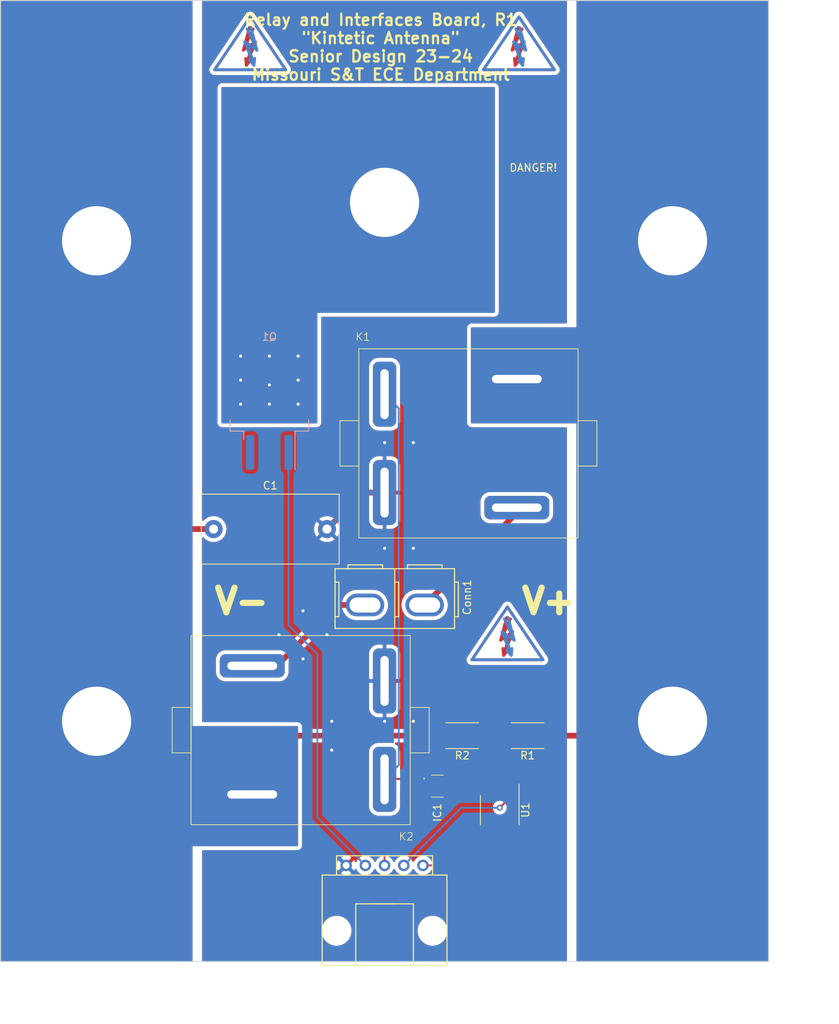
<source format=kicad_pcb>
(kicad_pcb (version 20221018) (generator pcbnew)
  (layers (0 "F.Cu" signal) (31 "B.Cu" signal) (34 "B.Paste" user) (35 "F.Paste" user) (36 "B.SilkS" user "B.Silkscreen") (37 "F.SilkS" user "F.Silkscreen") (38 "B.Mask" user) (39 "F.Mask" user) (44 "Edge.Cuts" user))
  (net 0 "")
  (net 1 "GNDPWR")
  (net 2 "GND")
  (net 3 "Net-(IC1-DRAIN)")
  (net 6 "VBUS")
  (net 7 "/RLY_V+")
  (net 8 "/RLY_V-")
  (net 9 "Net-(U1A-+)")
  (net 10 "/PWRRES")
  (net 11 "+3V3")
  (net 12 "/V_SENSE_OUT")
  (net 13 "DSCHG_IN")
  (net 14 "RLY_IN")
  (footprint "0-customs:via_L2500mil_W1000mil" (layer "F.Cu") (at 190.5 120.65)
    (fp_text reference "V4" hide)
    (fp_text value "BATT_PWR_VIA" hide)
    (pad "1" thru_hole rect (at 0 0) (size 25.4 63.5) (drill 9.144) (layers "*.Cu" "*.Mask") (net 6 "VBUS"))
  )
  (footprint "Resistor_SMD:R_2512_6332Metric_Pad1.40x3.35mm_HandSolder" (layer "F.Cu") (at 162.685 122.555 180)
    (fp_text reference "R2" (at 0 -2.62) (layer "F.SilkS"))
    (fp_text value "R")
    (fp_line (start -2.177064 -1.71) (end 2.177064 -1.71) (stroke (width 0.12)) (layer "F.SilkS"))
    (fp_line (start -2.177064 1.71) (end 2.177064 1.71) (stroke (width 0.12)) (layer "F.SilkS"))
    (pad "1" smd roundrect (at -3.05 0 180) (size 1.4 3.35) (layers "F.Cu" "F.Paste" "F.Mask") (roundrect_rratio 0.178571) (net 9 "Net-(U1A-+)"))
    (pad "2" smd roundrect (at 3.05 0 180) (size 1.4 3.35) (layers "F.Cu" "F.Paste" "F.Mask") (roundrect_rratio 0.178571) (net 1 "GNDPWR"))
  )
  (footprint "0-customs:AECN11012" (layer "F.Cu") (at 149 71.42)
    (fp_text reference "K1" (at 0.53 -1.57 unlocked) (layer "F.SilkS") (effects (font (thickness 0.1))))
    (fp_text value "~" hide)
    (fp_rect (start -2.5 9.5) (end 0 15.5) (stroke (width 0.1)) (fill none) (layer "F.SilkS"))
    (fp_rect (start 0 0) (end 29 25) (stroke (width 0.1)) (fill none) (layer "F.SilkS"))
    (fp_rect (start 29 9.5) (end 31.5 15.5) (stroke (width 0.1)) (fill none) (layer "F.SilkS"))
    (pad "1" thru_hole roundrect (at 3.4 19) (size 3.1 8.6) (drill oval 1.1 6.6) (layers "*.Cu" "*.Mask") (net 2 "GND"))
    (pad "2" thru_hole roundrect (at 3.4 6) (size 3.1 8.6) (drill oval 1.1 6.6) (layers "*.Cu" "*.Mask") (net 3 "Net-(IC1-DRAIN)"))
    (pad "3" thru_hole roundrect (at 20.9 4 270) (size 3.1 8.6) (drill oval 1.1 6.6) (layers "*.Cu" "*.Mask") (net 6 "VBUS"))
    (pad "4" thru_hole roundrect (at 20.9 21 90) (size 3.1 8.6) (drill oval 1.1 6.6) (layers "*.Cu" "*.Mask") (net 7 "/RLY_V+"))
  )
  (footprint "Symbol:Symbol_HighVoltage_Type2_CopperTop_VerySmall" (layer "F.Cu") (at 170.18 31.75)
    (fp_text reference "REF**" hide)
    (fp_text value "Symbol_HighVoltage_Type2_CopperTop_VerySmall")
    (fp_line (start -4.699 2.794) (end 0 -4.191) (stroke (width 0.381)) (layer "F.Cu"))
    (fp_line (start -0.89916 0.20066) (end 0.29972 -0.59944) (stroke (width 0.381)) (layer "F.Cu"))
    (fp_line (start -0.89916 0.20066) (end 0.40132 -2.60096) (stroke (width 0.381)) (layer "F.Cu"))
    (fp_line (start -0.49784 2.19964) (end -0.59944 1.30048) (stroke (width 0.381)) (layer "F.Cu"))
    (fp_line (start -0.49784 2.19964) (end 0.1016 1.50114) (stroke (width 0.381)) (layer "F.Cu"))
    (fp_line (start -0.49784 2.19964) (end 0.70104 -0.89916) (stroke (width 0.381)) (layer "F.Cu"))
    (fp_line (start -0.09906 -2.79908) (end -0.89916 0.20066) (stroke (width 0.381)) (layer "F.Cu"))
    (fp_line (start 0 -4.191) (end 4.699 2.794) (stroke (width 0.381)) (layer "F.Cu"))
    (fp_line (start 0.29972 -0.59944) (end -0.49784 2.19964) (stroke (width 0.381)) (layer "F.Cu"))
    (fp_line (start 0.70104 -0.89916) (end 0.1016 -0.50038) (stroke (width 0.381)) (layer "F.Cu"))
    (fp_line (start 4.699 2.794) (end -4.699 2.794) (stroke (width 0.381)) (layer "F.Cu"))
  )
  (footprint "0-customs:via_L2500mil_W1000mil" (layer "F.Cu") (at 190.5 57.15)
    (fp_text reference "V2" hide)
    (fp_text value "BATT_PWR_VIA" hide)
    (pad "1" thru_hole rect (at 0 0) (size 25.4 63.5) (drill 9.144) (layers "*.Cu" "*.Mask") (net 6 "VBUS"))
  )
  (footprint "Symbol:Symbol_Danger_CopperTop_Small" (layer "F.Cu") (at 172.085 52.07)
    (fp_text reference "DANGER!" (at 0 -4.572) (layer "F.SilkS"))
    (fp_text value "Symbol_Danger_CopperTop_Small")
    (fp_line (start -2.921 -2.032) (end -3.302 -1.905) (stroke (width 0.381)) (layer "F.Cu"))
    (fp_line (start -2.921 -2.032) (end -2.921 -2.413) (stroke (width 0.381)) (layer "F.Cu"))
    (fp_line (start -2.667 2.032) (end -3.048 2.032) (stroke (width 0.381)) (layer "F.Cu"))
    (fp_line (start -2.667 2.032) (end -2.667 2.54) (stroke (width 0.381)) (layer "F.Cu"))
    (fp_line (start -2.54 -0.254) (end -2.413 -0.762) (stroke (width 0.381)) (layer "F.Cu"))
    (fp_line (start -2.54 0) (end -2.54 -0.254) (stroke (width 0.381)) (layer "F.Cu"))
    (fp_line (start -2.54 0) (end -2.413 0.254) (stroke (width 0.381)) (layer "F.Cu"))
    (fp_line (start -2.413 -1.651) (end -2.921 -2.032) (stroke (width 0.381)) (layer "F.Cu"))
    (fp_line (start -2.413 -0.762) (end -2.159 -1.397) (stroke (width 0.381)) (layer "F.Cu"))
    (fp_line (start -2.413 0.254) (end -2.286 0.508) (stroke (width 0.381)) (layer "F.Cu"))
    (fp_line (start -2.286 0.508) (end -1.778 0.635) (stroke (width 0.381)) (layer "F.Cu"))
    (fp_line (start -2.159 -1.397) (end -1.651 -1.905) (stroke (width 0.381)) (layer "F.Cu"))
    (fp_line (start -1.778 0.635) (end -1.143 0.762) (stroke (width 0.381)) (layer "F.Cu"))
    (fp_line (start -1.651 -1.905) (end -1.016 -2.286) (stroke (width 0.381)) (layer "F.Cu"))
    (fp_line (start -1.651 1.143) (end -2.667 2.032) (stroke (width 0.381)) (layer "F.Cu"))
    (fp_line (start -1.143 0.762) (end -0.762 0.762) (stroke (width 0.381)) (layer "F.Cu"))
    (fp_line (start -1.016 -2.286) (end -0.381 -2.54) (stroke (width 0.381)) (layer "F.Cu"))
    (fp_line (start -1.016 1.524) (end -1.016 0.762) (stroke (width 0.381)) (layer "F.Cu"))
    (fp_line (start -1.016 1.905) (end -1.016 1.524) (stroke (width 0.381)) (layer "F.Cu"))
    (fp_line (start -1.016 1.905) (end -0.889 2.159) (stroke (width 0.381)) (layer "F.Cu"))
    (fp_line (start -0.889 2.159) (end -0.635 2.413) (stroke (width 0.381)) (layer "F.Cu"))
    (fp_line (start -0.635 2.413) (end -0.254 2.54) (stroke (width 0.381)) (layer "F.Cu"))
    (fp_line (start -0.508 1.143) (end 0.635 1.143) (stroke (width 0.381)) (layer "F.Cu"))
    (fp_line (start -0.508 1.651) (end -0.508 1.143) (stroke (width 0.381)) (layer "F.Cu"))
    (fp_line (start -0.381 -2.54) (end 0.127 -2.54) (stroke (width 0.381)) (layer "F.Cu"))
    (fp_line (start -0.254 0.381) (end 0 -0.381) (stroke (width 0.381)) (layer "F.Cu"))
    (fp_line (start 0 -0.381) (end 0.254 0.381) (stroke (width 0.381)) (layer "F.Cu"))
    (fp_line (start 0.127 -2.54) (end 0.762 -2.413) (stroke (width 0.381)) (layer "F.Cu"))
    (fp_line (start 0.127 1.27) (end 0.127 1.524) (stroke (width 0.381)) (layer "F.Cu"))
    (fp_line (start 0.127 2.54) (end -0.254 2.54) (stroke (width 0.381)) (layer "F.Cu"))
    (fp_line (start 0.254 0.381) (end -0.254 0.381) (stroke (width 0.381)) (layer "F.Cu"))
    (fp_line (start 0.635 1.143) (end 0.635 1.651) (stroke (width 0.381)) (layer "F.Cu"))
    (fp_line (start 0.635 1.651) (end -0.508 1.651) (stroke (width 0.381)) (layer "F.Cu"))
    (fp_line (start 0.635 2.413) (end 0.127 2.54) (stroke (width 0.381)) (layer "F.Cu"))
    (fp_line (start 0.762 -2.413) (end 1.397 -2.159) (stroke (width 0.381)) (layer "F.Cu"))
    (fp_line (start 1.016 2.286) (end 0.635 2.413) (stroke (width 0.381)) (layer "F.Cu"))
    (fp_line (start 1.143 0.762) (end 1.143 1.524) (stroke (width 0.381)) (layer "F.Cu"))
    (fp_line (start 1.143 1.524) (end 1.143 1.905) (stroke (width 0.381)) (layer "F.Cu"))
    (fp_line (start 1.143 1.905) (end 1.016 2.286) (stroke (width 0.381)) (layer "F.Cu"))
    (fp_line (start 1.27 0.762) (end 0.889 0.762) (stroke (width 0.381)) (layer "F.Cu"))
    (fp_line (start 1.397 -2.159) (end 1.905 -1.651) (stroke (width 0.381)) (layer "F.Cu"))
    (fp_line (start 1.651 0.762) (end 1.27 0.762) (stroke (width 0.381)) (layer "F.Cu"))
    (fp_line (start 1.778 1.143) (end 2.667 2.032) (stroke (width 0.381)) (layer "F.Cu"))
    (fp_line (start 1.905 -1.651) (end 2.159 -1.27) (stroke (width 0.381)) (layer "F.Cu"))
    (fp_line (start 2.159 -1.27) (end 2.413 -0.762) (stroke (width 0.381)) (layer "F.Cu"))
    (fp_line (start 2.159 0.508) (end 1.651 0.762) (stroke (width 0.381)) (layer "F.Cu"))
    (fp_line (start 2.286 -1.651) (end 2.921 -2.159) (stroke (width 0.381)) (layer "F.Cu"))
    (fp_line (start 2.413 -0.762) (end 2.54 -0.381) (stroke (width 0.381)) (layer "F.Cu"))
    (fp_line (start 2.413 0.381) (end 2.159 0.508) (stroke (width 0.381)) (layer "F.Cu"))
    (fp_line (start 2.54 -0.381) (end 2.54 0) (stroke (width 0.381)) (layer "F.Cu"))
    (fp_line (start 2.54 0) (end 2.413 0.381) (stroke (width 0.381)) (layer "F.Cu"))
    (fp_line (start 2.667 2.032) (end 2.667 2.413) (stroke (width 0.381)) (layer "F.Cu"))
    (fp_line (start 2.667 2.032) (end 2.921 2.032) (stroke (width 0.381)) (layer "F.Cu"))
    (fp_line (start 2.667 2.413) (end 2.794 2.413) (stroke (width 0.381)) (layer "F.Cu"))
    (fp_line (start 2.921 -2.159) (end 2.921 -2.667) (stroke (width 0.381)) (layer "F.Cu"))
    (fp_line (start 2.921 -2.159) (end 3.429 -2.286) (stroke (width 0.381)) (layer "F.Cu"))
    (fp_circle (center -1.016 -0.381) (end -1.27 -0.254) (stroke (width 0.381)) (fill none) (layer "F.Cu"))
    (fp_circle (center 1.016 -0.381) (end 1.27 -0.254) (stroke (width 0.381)) (fill none) (layer "F.Cu"))
  )
  (footprint "0-customs:BTS3800SL" (layer "F.Cu") (at 159.385 129.22 -90)
    (fp_text reference "IC1" (at 3.495 0 90) (layer "F.SilkS") (effects (font (thickness 0.1524))))
    (fp_text value "BTS3800SL" hide)
    (fp_line (start -1.45 0.8) (end -1.45 -0.8) (stroke (width 0.1)) (layer "F.SilkS"))
    (fp_line (start -1 1.7) (end -1 1.7) (stroke (width 0.1)) (layer "F.SilkS"))
    (fp_line (start -1 1.8) (end -1 1.8) (stroke (width 0.1)) (layer "F.SilkS"))
    (fp_line (start 1.45 0.8) (end 1.45 -0.8) (stroke (width 0.1)) (layer "F.SilkS"))
    (fp_arc (start -1 1.7) (mid -0.95 1.75) (end -1 1.8) (stroke (width 0.1)) (layer "F.SilkS"))
    (fp_arc (start -1 1.8) (mid -1.05 1.75) (end -1 1.7) (stroke (width 0.1)) (layer "F.SilkS"))
    (pad "1" smd rect (at -0.95 1.2 270) (size 0.4 0.5) (layers "F.Cu" "F.Paste" "F.Mask") (net 3 "Net-(IC1-DRAIN)"))
    (pad "2" smd rect (at 0 1.2) (size 0.5 0.75) (layers "F.Cu" "F.Paste" "F.Mask"))
    (pad "3" smd rect (at 0.95 1.2 270) (size 0.4 0.5) (layers "F.Cu" "F.Paste" "F.Mask") (net 14 "RLY_IN"))
    (pad "4" smd rect (at 0.95 -1.2 270) (size 0.4 0.5) (layers "F.Cu" "F.Paste" "F.Mask") (net 2 "GND"))
    (pad "5" smd rect (at -0.5 -1.2) (size 0.5 1.3) (layers "F.Cu" "F.Paste" "F.Mask"))
  )
  (footprint "Symbol:Symbol_HighVoltage_Type2_CopperTop_VerySmall" (layer "F.Cu") (at 168.656 109.728)
    (fp_text reference "REF**" hide)
    (fp_text value "Symbol_HighVoltage_Type2_CopperTop_VerySmall")
    (fp_line (start -4.699 2.794) (end 0 -4.191) (stroke (width 0.381)) (layer "F.Cu"))
    (fp_line (start -0.89916 0.20066) (end 0.29972 -0.59944) (stroke (width 0.381)) (layer "F.Cu"))
    (fp_line (start -0.89916 0.20066) (end 0.40132 -2.60096) (stroke (width 0.381)) (layer "F.Cu"))
    (fp_line (start -0.49784 2.19964) (end -0.59944 1.30048) (stroke (width 0.381)) (layer "F.Cu"))
    (fp_line (start -0.49784 2.19964) (end 0.1016 1.50114) (stroke (width 0.381)) (layer "F.Cu"))
    (fp_line (start -0.49784 2.19964) (end 0.70104 -0.89916) (stroke (width 0.381)) (layer "F.Cu"))
    (fp_line (start -0.09906 -2.79908) (end -0.89916 0.20066) (stroke (width 0.381)) (layer "F.Cu"))
    (fp_line (start 0 -4.191) (end 4.699 2.794) (stroke (width 0.381)) (layer "F.Cu"))
    (fp_line (start 0.29972 -0.59944) (end -0.49784 2.19964) (stroke (width 0.381)) (layer "F.Cu"))
    (fp_line (start 0.70104 -0.89916) (end 0.1016 -0.50038) (stroke (width 0.381)) (layer "F.Cu"))
    (fp_line (start 4.699 2.794) (end -4.699 2.794) (stroke (width 0.381)) (layer "F.Cu"))
  )
  (footprint "0-customs:Square_Anderson_2_V_Side_By_Side" (layer "F.Cu") (at 153.67 105.41 180)
    (fp_text reference "Conn1" (at -9.652 1.142 90) (layer "F.SilkS"))
    (fp_text value "Anderson")
    (fp_line (start -8.495 -1.424) (end -8.495 3.148) (stroke (width 0.15)) (layer "F.SilkS"))
    (fp_line (start -8.495 3.148) (end -7.987 3.148) (stroke (width 0.15)) (layer "F.SilkS"))
    (fp_line (start -7.987 -1.424) (end -8.495 -1.424) (stroke (width 0.15)) (layer "F.SilkS"))
    (fp_line (start -7.987 4.926) (end -7.987 -2.974) (stroke (width 0.15)) (layer "F.SilkS"))
    (fp_line (start -6.336 4.926) (end -6.336 5.434) (stroke (width 0.15)) (layer "F.SilkS"))
    (fp_line (start -6.336 5.434) (end -1.764 5.434) (stroke (width 0.15)) (layer "F.SilkS"))
    (fp_line (start -1.764 5.434) (end -1.764 4.926) (stroke (width 0.15)) (layer "F.SilkS"))
    (fp_line (start -0.5956 -1.424) (end -0.5956 3.148) (stroke (width 0.15)) (layer "F.SilkS"))
    (fp_line (start -0.5956 3.148) (end -0.0876 3.148) (stroke (width 0.15)) (layer "F.SilkS"))
    (fp_line (start -0.0876 -1.424) (end -0.5956 -1.424) (stroke (width 0.15)) (layer "F.SilkS"))
    (fp_line (start -0.087 -2.974) (end -7.987 -2.974) (stroke (width 0.15)) (layer "F.SilkS"))
    (fp_line (start -0.087 4.926) (end -7.987 4.926) (stroke (width 0.15)) (layer "F.SilkS"))
    (fp_line (start -0.087 4.926) (end -0.087 -2.974) (stroke (width 0.15)) (layer "F.SilkS"))
    (fp_line (start 1.541 4.926) (end 1.541 5.434) (stroke (width 0.15)) (layer "F.SilkS"))
    (fp_line (start 1.541 5.434) (end 6.113 5.434) (stroke (width 0.15)) (layer "F.SilkS"))
    (fp_line (start 6.113 5.434) (end 6.113 4.926) (stroke (width 0.15)) (layer "F.SilkS"))
    (fp_line (start 7.305 -1.424) (end 7.305 3.148) (stroke (width 0.15)) (layer "F.SilkS"))
    (fp_line (start 7.305 3.148) (end 7.813 3.148) (stroke (width 0.15)) (layer "F.SilkS"))
    (fp_line (start 7.813 -2.974) (end -0.087 -2.974) (stroke (width 0.15)) (layer "F.SilkS"))
    (fp_line (start 7.813 -1.424) (end 7.305 -1.424) (stroke (width 0.15)) (layer "F.SilkS"))
    (fp_line (start 7.813 4.926) (end -0.087 4.926) (stroke (width 0.15)) (layer "F.SilkS"))
    (fp_line (start 7.813 4.926) (end 7.813 -2.974) (stroke (width 0.15)) (layer "F.SilkS"))
    (pad "1" thru_hole oval (at -4.037 0.126 90) (size 3 5.1) (drill oval 2 4.1) (layers "*.Cu" "*.Mask") (net 7 "/RLY_V+"))
    (pad "2" thru_hole oval (at 3.863 0.126 90) (size 3 5.1) (drill oval 2 4.1) (layers "*.Cu" "*.Mask") (net 8 "/RLY_V-"))
  )
  (footprint "Package_SO:SOIC-8_3.9x4.9mm_P1.27mm" (layer "F.Cu") (at 167.64 132.396 -90)
    (fp_text reference "U1" (at 0 -3.4 -90) (layer "F.SilkS"))
    (fp_text value "Opamp_Dual")
    (fp_line (start 0 -2.56) (end -3.45 -2.56) (stroke (width 0.12)) (layer "F.SilkS"))
    (fp_line (start 0 -2.56) (end 1.95 -2.56) (stroke (width 0.12)) (layer "F.SilkS"))
    (fp_line (start 0 2.56) (end -1.95 2.56) (stroke (width 0.12)) (layer "F.SilkS"))
    (fp_line (start 0 2.56) (end 1.95 2.56) (stroke (width 0.12)) (layer "F.SilkS"))
    (pad "1" smd roundrect (at -2.475 -1.905 270) (size 1.95 0.6) (layers "F.Cu" "F.Paste" "F.Mask") (net 12 "/V_SENSE_OUT"))
    (pad "2" smd roundrect (at -2.475 -0.635 270) (size 1.95 0.6) (layers "F.Cu" "F.Paste" "F.Mask") (net 12 "/V_SENSE_OUT"))
    (pad "3" smd roundrect (at -2.475 0.635 270) (size 1.95 0.6) (layers "F.Cu" "F.Paste" "F.Mask") (net 9 "Net-(U1A-+)"))
    (pad "4" smd roundrect (at -2.475 1.905 270) (size 1.95 0.6) (layers "F.Cu" "F.Paste" "F.Mask") (net 2 "GND"))
    (pad "5" smd roundrect (at 2.475 1.905 270) (size 1.95 0.6) (layers "F.Cu" "F.Paste" "F.Mask"))
    (pad "6" smd roundrect (at 2.475 0.635 270) (size 1.95 0.6) (layers "F.Cu" "F.Paste" "F.Mask"))
    (pad "7" smd roundrect (at 2.475 -0.635 270) (size 1.95 0.6) (layers "F.Cu" "F.Paste" "F.Mask"))
    (pad "8" smd roundrect (at 2.475 -1.905 270) (size 1.95 0.6) (layers "F.Cu" "F.Paste" "F.Mask") (net 11 "+3V3"))
  )
  (footprint "Symbol:Symbol_HighVoltage_Type2_CopperTop_VerySmall" (layer "F.Cu") (at 134.62 31.75)
    (fp_text reference "REF**" hide)
    (fp_text value "Symbol_HighVoltage_Type2_CopperTop_VerySmall")
    (fp_line (start -4.699 2.794) (end 0 -4.191) (stroke (width 0.381)) (layer "F.Cu"))
    (fp_line (start -0.89916 0.20066) (end 0.29972 -0.59944) (stroke (width 0.381)) (layer "F.Cu"))
    (fp_line (start -0.89916 0.20066) (end 0.40132 -2.60096) (stroke (width 0.381)) (layer "F.Cu"))
    (fp_line (start -0.49784 2.19964) (end -0.59944 1.30048) (stroke (width 0.381)) (layer "F.Cu"))
    (fp_line (start -0.49784 2.19964) (end 0.1016 1.50114) (stroke (width 0.381)) (layer "F.Cu"))
    (fp_line (start -0.49784 2.19964) (end 0.70104 -0.89916) (stroke (width 0.381)) (layer "F.Cu"))
    (fp_line (start -0.09906 -2.79908) (end -0.89916 0.20066) (stroke (width 0.381)) (layer "F.Cu"))
    (fp_line (start 0 -4.191) (end 4.699 2.794) (stroke (width 0.381)) (layer "F.Cu"))
    (fp_line (start 0.29972 -0.59944) (end -0.49784 2.19964) (stroke (width 0.381)) (layer "F.Cu"))
    (fp_line (start 0.70104 -0.89916) (end 0.1016 -0.50038) (stroke (width 0.381)) (layer "F.Cu"))
    (fp_line (start 4.699 2.794) (end -4.699 2.794) (stroke (width 0.381)) (layer "F.Cu"))
  )
  (footprint "0-customs:AECN11012" (layer "F.Cu") (at 155.8 134.32 180)
    (fp_text reference "K2" (at 0.53 -1.57 unlocked) (layer "F.SilkS") (effects (font (thickness 0.1))))
    (fp_text value "~" hide)
    (fp_rect (start -2.5 9.5) (end 0 15.5) (stroke (width 0.1)) (fill none) (layer "F.SilkS"))
    (fp_rect (start 0 0) (end 29 25) (stroke (width 0.1)) (fill none) (layer "F.SilkS"))
    (fp_rect (start 29 9.5) (end 31.5 15.5) (stroke (width 0.1)) (fill none) (layer "F.SilkS"))
    (pad "1" thru_hole roundrect (at 3.4 19 180) (size 3.1 8.6) (drill oval 1.1 6.6) (layers "*.Cu" "*.Mask") (net 2 "GND"))
    (pad "2" thru_hole roundrect (at 3.4 6 180) (size 3.1 8.6) (drill oval 1.1 6.6) (layers "*.Cu" "*.Mask") (net 3 "Net-(IC1-DRAIN)"))
    (pad "3" thru_hole roundrect (at 20.9 4 90) (size 3.1 8.6) (drill oval 1.1 6.6) (layers "*.Cu" "*.Mask") (net 1 "GNDPWR"))
    (pad "4" thru_hole roundrect (at 20.9 21 270) (size 3.1 8.6) (drill oval 1.1 6.6) (layers "*.Cu" "*.Mask") (net 8 "/RLY_V-"))
  )
  (footprint "0-customs:via_L2500mil_W1000mil" (layer "F.Cu") (at 114.3 120.65)
    (fp_text reference "V5" hide)
    (fp_text value "BATT_PWR_VIA" hide)
    (pad "1" thru_hole rect (at 0 0) (size 25.4 63.5) (drill 9.144) (layers "*.Cu" "*.Mask") (net 1 "GNDPWR"))
  )
  (footprint "Capacitor_THT:C_Rect_L18.0mm_W9.0mm_P15.00mm_FKS3_FKP3" (layer "F.Cu") (at 129.78 95.25)
    (fp_text reference "C1" (at 7.5 -5.75) (layer "F.SilkS"))
    (fp_text value "4.7u")
    (fp_line (start -1.62 -4.62) (end -1.62 4.62) (stroke (width 0.12)) (layer "F.SilkS"))
    (fp_line (start -1.62 -4.62) (end 16.62 -4.62) (stroke (width 0.12)) (layer "F.SilkS"))
    (fp_line (start -1.62 4.62) (end 16.62 4.62) (stroke (width 0.12)) (layer "F.SilkS"))
    (fp_line (start 16.62 -4.62) (end 16.62 4.62) (stroke (width 0.12)) (layer "F.SilkS"))
    (pad "1" thru_hole circle (at 0 0) (size 2.4 2.4) (drill 1.2) (layers "*.Cu" "*.Mask") (net 1 "GNDPWR"))
    (pad "2" thru_hole circle (at 15 0) (size 2.4 2.4) (drill 1.2) (layers "*.Cu" "*.Mask") (net 2 "GND"))
  )
  (footprint "Resistor_SMD:R_2512_6332Metric_Pad1.40x3.35mm_HandSolder" (layer "F.Cu") (at 171.325 122.555 180)
    (fp_text reference "R1" (at 0 -2.62 180) (layer "F.SilkS"))
    (fp_text value "R")
    (fp_line (start -2.177064 -1.71) (end 2.177064 -1.71) (stroke (width 0.12)) (layer "F.SilkS"))
    (fp_line (start -2.177064 1.71) (end 2.177064 1.71) (stroke (width 0.12)) (layer "F.SilkS"))
    (pad "1" smd roundrect (at -3.05 0 180) (size 1.4 3.35) (layers "F.Cu" "F.Paste" "F.Mask") (roundrect_rratio 0.178571) (net 6 "VBUS"))
    (pad "2" smd roundrect (at 3.05 0 180) (size 1.4 3.35) (layers "F.Cu" "F.Paste" "F.Mask") (roundrect_rratio 0.178571) (net 9 "Net-(U1A-+)"))
  )
  (footprint "0-customs:roberto" (layer "F.Cu") (at 152.4 140.708)
    (fp_text reference "REF**" hide)
    (fp_text value "roberto" hide)
    (fp_line (start -1.016 5.207) (end -0.762 4.953) (stroke (width 0.254)) (layer "F.Cu"))
    (fp_line (start -1.016 5.207) (end 1.016 5.207) (stroke (width 0.254)) (layer "F.Cu"))
    (fp_line (start -1.016 7.62) (end -1.016 6.35) (stroke (width 0.762)) (layer "F.Cu"))
    (fp_line (start -1.016 7.62) (end 0 7.62) (stroke (width 0.762)) (layer "F.Cu"))
    (fp_line (start -0.762 4.953) (end 0.762 4.953) (stroke (width 0.254)) (layer "F.Cu"))
    (fp_line (start 0 7.62) (end 1.016 7.62) (stroke (width 0.762)) (layer "F.Cu"))
    (fp_line (start 0 10.16) (end 0 5.08) (stroke (width 0.762)) (layer "F.Cu"))
    (fp_line (start 0.762 4.953) (end 1.016 5.207) (stroke (width 0.254)) (layer "F.Cu"))
    (fp_line (start 1.016 7.62) (end 1.016 6.858) (stroke (width 0.762)) (layer "F.Cu"))
  )
  (footprint "0-customs:via_L1000mil_W1000mil" (layer "F.Cu") (at 152.4 52.07)
    (fp_text reference "V1" hide)
    (fp_text value "BATT_PWR_VIA" hide)
    (pad "1" thru_hole rect (at 0 0) (size 25.4 25.4) (drill 9.144) (layers "*.Cu" "*.Mask") (net 10 "/PWRRES"))
  )
  (footprint "0-customs:via_L2500mil_W1000mil" (layer "F.Cu") (at 114.3 57.15)
    (fp_text reference "V3" hide)
    (fp_text value "BATT_PWR_VIA" hide)
    (pad "1" thru_hole rect (at 0 0) (size 25.4 63.5) (drill 9.144) (layers "*.Cu" "*.Mask") (net 1 "GNDPWR"))
  )
  (footprint "0-customs:MOLEX_SL_05_Horizontal" (layer "F.Cu") (at 157.48 139.7 180)
    (fp_text reference "Conn2" hide)
    (fp_text value "Molex_SL_05")
    (fp_line (start -3.175 -13.208) (end 13.335 -13.208) (stroke (width 0.15)) (layer "F.SilkS"))
    (fp_line (start -3.175 -1.27) (end -3.175 -13.208) (stroke (width 0.15)) (layer "F.SilkS"))
    (fp_line (start -1.27 -1.27) (end -3.175 -1.27) (stroke (width 0.15)) (layer "F.SilkS"))
    (fp_line (start -1.27 -1.27) (end 11.43 -1.27) (stroke (width 0.15)) (layer "F.SilkS"))
    (fp_line (start -1.27 1.27) (end -1.27 -1.27) (stroke (width 0.15)) (layer "F.SilkS"))
    (fp_line (start 1.27 -13.208) (end 1.27 -12.7) (stroke (width 0.15)) (layer "F.SilkS"))
    (fp_line (start 1.27 -8.89) (end 1.27 -12.7) (stroke (width 0.15)) (layer "F.SilkS"))
    (fp_line (start 1.27 -8.89) (end 1.27 -7.62) (stroke (width 0.15)) (layer "F.SilkS"))
    (fp_line (start 1.27 -7.62) (end 1.27 -5.08) (stroke (width 0.15)) (layer "F.SilkS"))
    (fp_line (start 1.27 -5.08) (end 8.89 -5.08) (stroke (width 0.15)) (layer "F.SilkS"))
    (fp_line (start 3.81 -5.08) (end 6.35 -5.08) (stroke (width 0.15)) (layer "F.SilkS"))
    (fp_line (start 8.89 -12.7) (end 8.89 -13.208) (stroke (width 0.15)) (layer "F.SilkS"))
    (fp_line (start 8.89 -8.89) (end 8.89 -12.7) (stroke (width 0.15)) (layer "F.SilkS"))
    (fp_line (start 8.89 -7.62) (end 8.89 -8.89) (stroke (width 0.15)) (layer "F.SilkS"))
    (fp_line (start 8.89 -5.08) (end 8.89 -7.62) (stroke (width 0.15)) (layer "F.SilkS"))
    (fp_line (start 11.43 -1.27) (end 11.43 1.27) (stroke (width 0.15)) (layer "F.SilkS"))
    (fp_line (start 11.43 -1.27) (end 13.335 -1.27) (stroke (width 0.15)) (layer "F.SilkS"))
    (fp_line (start 11.43 1.27) (end -1.27 1.27) (stroke (width 0.15)) (layer "F.SilkS"))
    (fp_line (start 13.335 -1.27) (end 13.335 -13.208) (stroke (width 0.15)) (layer "F.SilkS"))
    (pad "" np_thru_hole circle (at -1.27 -8.636 180) (size 3.45 3.45) (drill 3.45) (layers "*.Cu" "*.Mask"))
    (pad "" np_thru_hole circle (at 11.43 -8.636 180) (size 3.45 3.45) (drill 3.45) (layers "*.Cu" "*.Mask"))
    (pad "1" thru_hole circle (at 0 0 180) (size 1.524 1.524) (drill 0.9) (layers "*.Cu" "*.Mask") (net 11 "+3V3"))
    (pad "2" thru_hole circle (at 2.54 0 180) (size 1.524 1.524) (drill 0.9) (layers "*.Cu" "*.Mask") (net 12 "/V_SENSE_OUT"))
    (pad "3" thru_hole circle (at 5.08 0 180) (size 1.524 1.524) (drill 0.9) (layers "*.Cu" "*.Mask") (net 14 "RLY_IN"))
    (pad "4" thru_hole circle (at 7.62 0 180) (size 1.524 1.524) (drill 0.9) (layers "*.Cu" "*.Mask") (net 13 "DSCHG_IN"))
    (pad "5" thru_hole circle (at 10.16 0 180) (size 1.524 1.524) (drill 0.9) (layers "*.Cu" "*.Mask") (net 2 "GND"))
  )
  (footprint "Symbol:Symbol_HighVoltage_Type2_CopperTop_VerySmall" (layer "B.Cu") (at 170.18 31.75 180)
    (fp_text reference "REF**" hide)
    (fp_text value "Symbol_HighVoltage_Type2_CopperTop_VerySmall")
    (fp_line (start -4.699 -2.794) (end 0 4.191) (stroke (width 0.381)) (layer "B.Cu"))
    (fp_line (start -0.89916 -0.20066) (end 0.29972 0.59944) (stroke (width 0.381)) (layer "B.Cu"))
    (fp_line (start -0.89916 -0.20066) (end 0.40132 2.60096) (stroke (width 0.381)) (layer "B.Cu"))
    (fp_line (start -0.49784 -2.19964) (end -0.59944 -1.30048) (stroke (width 0.381)) (layer "B.Cu"))
    (fp_line (start -0.49784 -2.19964) (end 0.1016 -1.50114) (stroke (width 0.381)) (layer "B.Cu"))
    (fp_line (start -0.49784 -2.19964) (end 0.70104 0.89916) (stroke (width 0.381)) (layer "B.Cu"))
    (fp_line (start -0.09906 2.79908) (end -0.89916 -0.20066) (stroke (width 0.381)) (layer "B.Cu"))
    (fp_line (start 0 4.191) (end 4.699 -2.794) (stroke (width 0.381)) (layer "B.Cu"))
    (fp_line (start 0.29972 0.59944) (end -0.49784 -2.19964) (stroke (width 0.381)) (layer "B.Cu"))
    (fp_line (start 0.70104 0.89916) (end 0.1016 0.50038) (stroke (width 0.381)) (layer "B.Cu"))
    (fp_line (start 4.699 -2.794) (end -4.699 -2.794) (stroke (width 0.381)) (layer "B.Cu"))
  )
  (footprint "Symbol:Symbol_HighVoltage_Type2_CopperTop_VerySmall" (layer "B.Cu") (at 168.656 109.728 180)
    (fp_text reference "REF**" hide)
    (fp_text value "Symbol_HighVoltage_Type2_CopperTop_VerySmall")
    (fp_line (start -4.699 -2.794) (end 0 4.191) (stroke (width 0.381)) (layer "B.Cu"))
    (fp_line (start -0.89916 -0.20066) (end 0.29972 0.59944) (stroke (width 0.381)) (layer "B.Cu"))
    (fp_line (start -0.89916 -0.20066) (end 0.40132 2.60096) (stroke (width 0.381)) (layer "B.Cu"))
    (fp_line (start -0.49784 -2.19964) (end -0.59944 -1.30048) (stroke (width 0.381)) (layer "B.Cu"))
    (fp_line (start -0.49784 -2.19964) (end 0.1016 -1.50114) (stroke (width 0.381)) (layer "B.Cu"))
    (fp_line (start -0.49784 -2.19964) (end 0.70104 0.89916) (stroke (width 0.381)) (layer "B.Cu"))
    (fp_line (start -0.09906 2.79908) (end -0.89916 -0.20066) (stroke (width 0.381)) (layer "B.Cu"))
    (fp_line (start 0 4.191) (end 4.699 -2.794) (stroke (width 0.381)) (layer "B.Cu"))
    (fp_line (start 0.29972 0.59944) (end -0.49784 -2.19964) (stroke (width 0.381)) (layer "B.Cu"))
    (fp_line (start 0.70104 0.89916) (end 0.1016 0.50038) (stroke (width 0.381)) (layer "B.Cu"))
    (fp_line (start 4.699 -2.794) (end -4.699 -2.794) (stroke (width 0.381)) (layer "B.Cu"))
  )
  (footprint "Symbol:Symbol_HighVoltage_Type2_CopperTop_VerySmall" (layer "B.Cu") (at 134.62 31.75 180)
    (fp_text reference "REF**" hide)
    (fp_text value "Symbol_HighVoltage_Type2_CopperTop_VerySmall")
    (fp_line (start -4.699 -2.794) (end 0 4.191) (stroke (width 0.381)) (layer "B.Cu"))
    (fp_line (start -0.89916 -0.20066) (end 0.29972 0.59944) (stroke (width 0.381)) (layer "B.Cu"))
    (fp_line (start -0.89916 -0.20066) (end 0.40132 2.60096) (stroke (width 0.381)) (layer "B.Cu"))
    (fp_line (start -0.49784 -2.19964) (end -0.59944 -1.30048) (stroke (width 0.381)) (layer "B.Cu"))
    (fp_line (start -0.49784 -2.19964) (end 0.1016 -1.50114) (stroke (width 0.381)) (layer "B.Cu"))
    (fp_line (start -0.49784 -2.19964) (end 0.70104 0.89916) (stroke (width 0.381)) (layer "B.Cu"))
    (fp_line (start -0.09906 2.79908) (end -0.89916 -0.20066) (stroke (width 0.381)) (layer "B.Cu"))
    (fp_line (start 0 4.191) (end 4.699 -2.794) (stroke (width 0.381)) (layer "B.Cu"))
    (fp_line (start 0.29972 0.59944) (end -0.49784 -2.19964) (stroke (width 0.381)) (layer "B.Cu"))
    (fp_line (start 0.70104 0.89916) (end 0.1016 0.50038) (stroke (width 0.381)) (layer "B.Cu"))
    (fp_line (start 4.699 -2.794) (end -4.699 -2.794) (stroke (width 0.381)) (layer "B.Cu"))
  )
  (footprint "Package_TO_SOT_SMD:TO-263-2" (layer "B.Cu") (at 137.16 77.47 90)
    (fp_text reference "Q1" (at 7.62 0 180) (layer "B.SilkS") (effects (justify mirror)))
    (fp_text value "Q_NMOS_GDS")
    (fp_line (start -4.825 -5.2) (end -4.825 -3.39) (stroke (width 0.12)) (layer "B.SilkS"))
    (fp_line (start -4.825 -3.39) (end -5.925 -3.39) (stroke (width 0.12)) (layer "B.SilkS"))
    (fp_line (start -4.825 3.39) (end -9.95 3.39) (stroke (width 0.12)) (layer "B.SilkS"))
    (fp_line (start -4.825 5.2) (end -4.825 3.39) (stroke (width 0.12)) (layer "B.SilkS"))
    (fp_line (start -3.325 -5.2) (end -4.825 -5.2) (stroke (width 0.12)) (layer "B.SilkS"))
    (fp_line (start -3.325 5.2) (end -4.825 5.2) (stroke (width 0.12)) (layer "B.SilkS"))
    (pad "1" smd roundrect (at -7.65 2.54 90) (size 4.6 1.1) (layers "B.Cu" "B.Paste" "B.Mask") (roundrect_rratio 0.227273) (net 13 "DSCHG_IN"))
    (pad "2" smd roundrect (at -0.925 -2.775 90) (size 4.55 5.25) (layers "B.Cu" "B.Paste") (roundrect_rratio 0.054945) (net 10 "/PWRRES"))
    (pad "2" smd roundrect (at -0.925 2.775 90) (size 4.55 5.25) (layers "B.Cu" "B.Paste") (roundrect_rratio 0.054945) (net 10 "/PWRRES"))
    (pad "2" smd roundrect (at 1.5 0 90) (size 9.4 10.8) (layers "B.Cu" "B.Mask") (roundrect_rratio 0.026596) (net 10 "/PWRRES"))
    (pad "2" smd roundrect (at 3.925 -2.775 90) (size 4.55 5.25) (layers "B.Cu" "B.Paste") (roundrect_rratio 0.054945) (net 10 "/PWRRES"))
    (pad "2" smd roundrect (at 3.925 2.775 90) (size 4.55 5.25) (layers "B.Cu" "B.Paste") (roundrect_rratio 0.054945) (net 10 "/PWRRES"))
    (pad "3" smd roundrect (at -7.65 -2.54 90) (size 4.6 1.1) (layers "B.Cu" "B.Paste" "B.Mask") (roundrect_rratio 0.227273) (net 1 "GNDPWR"))
  )
  (gr_rect (start 101.6 25.4) (end 203.2 152.4) (stroke (width 0.1)) (fill none) (layer "Edge.Cuts"))
  (gr_text "Relay and Interfaces Board, R1\n{dblquote}Kintetic Antenna{dblquote}\nSenior Design 23-24\nMissouri S&T ECE Department" (at 151.892 36.068) (layer "F.SilkS") (effects (font (size 1.5 1.5) (thickness 0.3) bold) (justify bottom)))
  (gr_text "V-" (at 129.54 106.68) (layer "F.SilkS") (effects (font (size 3.2512 3.2512) (thickness 0.8128) bold) (justify left bottom)))
  (gr_text "V+" (at 170.18 106.68) (layer "F.SilkS") (effects (font (size 3.2512 3.2512) (thickness 0.8128) bold) (justify left bottom)))
  (segment (start 159.635 122.555) (end 140.335 122.555) (width 0.762) (layer "F.Cu") (net 1))
  (segment (start 129.78 95.25) (end 123.19 95.25) (width 0.762) (layer "F.Cu") (net 1))
  (segment (start 152.4 90.42) (end 149.61 90.42) (width 0.762) (layer "F.Cu") (net 2))
  (segment (start 149.61 90.42) (end 144.78 95.25) (width 0.762) (layer "F.Cu") (net 2))
  (via (at 152.4 83.82) (size 0.8) (drill 0.4) (layers "F.Cu" "B.Cu") (net 2))
  (via (at 141.605 112.395) (size 0.8) (drill 0.4) (layers "F.Cu" "B.Cu") (net 2))
  (via (at 141.605 106.045) (size 0.8) (drill 0.4) (layers "F.Cu" "B.Cu") (net 2))
  (via (at 156.21 83.82) (size 0.8) (drill 0.4) (layers "F.Cu" "B.Cu") (net 2))
  (via (at 152.4 120.65) (size 0.8) (drill 0.4) (layers "F.Cu" "B.Cu") (net 2))
  (via (at 156.21 97.79) (size 0.8) (drill 0.4) (layers "F.Cu" "B.Cu") (net 2))
  (via (at 156.21 120.65) (size 0.8) (drill 0.4) (layers "F.Cu" "B.Cu") (net 2))
  (via (at 138.43 109.22) (size 0.8) (drill 0.4) (layers "F.Cu" "B.Cu") (net 2))
  (via (at 152.4 97.79) (size 0.8) (drill 0.4) (layers "F.Cu" "B.Cu") (net 2))
  (via (at 144.78 109.22) (size 0.8) (drill 0.4) (layers "F.Cu" "B.Cu") (net 2))
  (via (at 145.415 120.65) (size 0.8) (drill 0.4) (layers "F.Cu" "B.Cu") (net 2))
  (via (at 145.415 124.46) (size 0.8) (drill 0.4) (layers "F.Cu" "B.Cu") (net 2))
  (segment (start 158.185 128.27) (end 152.45 128.27) (width 0.254) (layer "F.Cu") (net 3))
  (segment (start 152.45 128.27) (end 152.4 128.32) (width 0.254) (layer "F.Cu") (net 3))
  (segment (start 154.275 126.445) (end 152.4 128.32) (width 0.25) (layer "B.Cu") (net 3))
  (segment (start 154.275 79.295) (end 154.275 126.445) (width 0.25) (layer "B.Cu") (net 3))
  (segment (start 152.4 77.42) (end 154.275 79.295) (width 0.25) (layer "B.Cu") (net 3))
  (segment (start 190.5 120.65) (end 188.595 122.555) (width 0.762) (layer "F.Cu") (net 6))
  (segment (start 188.595 122.555) (end 174.375 122.555) (width 0.762) (layer "F.Cu") (net 6))
  (segment (start 157.707 105.284) (end 169.9 93.091) (width 0.762) (layer "F.Cu") (net 7))
  (segment (start 169.9 93.091) (end 169.9 92.42) (width 0.762) (layer "F.Cu") (net 7))
  (segment (start 146.176 105.284) (end 149.807 105.284) (width 0.762) (layer "F.Cu") (net 8))
  (segment (start 134.9 113.32) (end 138.14 113.32) (width 0.762) (layer "F.Cu") (net 8))
  (segment (start 138.14 113.32) (end 146.176 105.284) (width 0.762) (layer "F.Cu") (net 8))
  (segment (start 167.005 122.555) (end 167.005 129.921) (width 0.762) (layer "F.Cu") (net 9))
  (segment (start 168.275 122.555) (end 167.005 122.555) (width 0.762) (layer "F.Cu") (net 9))
  (segment (start 167.005 122.555) (end 165.735 122.555) (width 0.762) (layer "F.Cu") (net 9))
  (via (at 137.16 72.39) (size 0.8) (drill 0.4) (layers "F.Cu" "B.Cu") (net 10))
  (via (at 137.16 78.74) (size 0.8) (drill 0.4) (layers "F.Cu" "B.Cu") (net 10))
  (via (at 140.97 75.565) (size 0.8) (drill 0.4) (layers "F.Cu" "B.Cu") (net 10))
  (via (at 133.35 75.565) (size 0.8) (drill 0.4) (layers "F.Cu" "B.Cu") (net 10))
  (via (at 137.16 76.2) (size 0.8) (drill 0.4) (layers "F.Cu" "B.Cu") (net 10))
  (via (at 133.35 78.74) (size 0.8) (drill 0.4) (layers "F.Cu" "B.Cu") (net 10))
  (via (at 140.97 78.74) (size 0.8) (drill 0.4) (layers "F.Cu" "B.Cu") (net 10))
  (via (at 140.97 72.39) (size 0.8) (drill 0.4) (layers "F.Cu" "B.Cu") (net 10))
  (via (at 133.35 72.39) (size 0.8) (drill 0.4) (layers "F.Cu" "B.Cu") (net 10))
  (segment (start 157.48 139.7) (end 165.092751 139.7) (width 0.25) (layer "F.Cu") (net 11))
  (segment (start 169.545 135.247751) (end 169.545 134.871) (width 0.25) (layer "F.Cu") (net 11))
  (segment (start 165.092751 139.7) (end 169.545 135.247751) (width 0.25) (layer "F.Cu") (net 11))
  (segment (start 168.275 129.921) (end 168.275 131.445) (width 0.25) (layer "F.Cu") (net 12))
  (segment (start 169.545 129.921) (end 168.275 129.921) (width 0.25) (layer "F.Cu") (net 12))
  (segment (start 168.275 131.445) (end 167.64 132.08) (width 0.25) (layer "F.Cu") (net 12))
  (via (at 167.64 132.08) (size 0.8) (drill 0.4) (layers "F.Cu" "B.Cu") (net 12))
  (segment (start 162.56 132.08) (end 154.94 139.7) (width 0.25) (layer "B.Cu") (net 12))
  (segment (start 167.64 132.08) (end 162.56 132.08) (width 0.25) (layer "B.Cu") (net 12))
  (segment (start 139.7 107.95) (end 140.97 109.22) (width 0.25) (layer "B.Cu") (net 13))
  (segment (start 140.97 109.22) (end 143.51 111.76) (width 0.254) (layer "B.Cu") (net 13))
  (segment (start 139.7 85.12) (end 139.7 107.95) (width 0.25) (layer "B.Cu") (net 13))
  (segment (start 143.51 133.35) (end 149.86 139.7) (width 0.254) (layer "B.Cu") (net 13))
  (segment (start 143.51 111.76) (end 143.51 133.35) (width 0.254) (layer "B.Cu") (net 13))
  (segment (start 152.4 139.7) (end 152.4 136.786) (width 0.25) (layer "F.Cu") (net 14))
  (segment (start 158.185 130.17) (end 158.185 131.001) (width 0.254) (layer "F.Cu") (net 14))
  (segment (start 152.4 136.786) (end 158.185 131.001) (width 0.25) (layer "F.Cu") (net 14))
  (zone (net 1) (net_name "GNDPWR") (layer "F.Cu") (priority 2) (connect_pads yes (clearance 0.508)) (min_thickness 0.25) (fill yes (thermal_gap 0.5) (thermal_bridge_width 0.5))
    (polygon (pts (xy 101.6 152.4) (xy 127 152.4) (xy 127 25.4) (xy 101.6 25.4)))
  )
  (zone (net 2) (net_name "GND") (layers "F&B.Cu") (connect_pads (clearance 0.508)) (min_thickness 0.25) (fill yes (thermal_gap 0.5) (thermal_bridge_width 0.5))
    (polygon (pts (xy 128.27 152.4) (xy 176.53 152.4) (xy 176.53 25.4) (xy 128.27 25.4)))
  )
  (zone (net 6) (net_name "VBUS") (layers "F&B.Cu") (priority 5) (connect_pads yes (clearance 0.508)) (min_thickness 0.25) (fill yes (thermal_gap 0.5) (thermal_bridge_width 0.5))
    (polygon (pts (xy 177.8 152.4) (xy 203.2 152.4) (xy 203.2 25.4) (xy 177.8 25.4)))
  )
  (zone (net 1) (net_name "GNDPWR") (layers "F&B.Cu") (priority 1) (connect_pads yes (clearance 0.508)) (min_thickness 0.25) (fill yes (thermal_gap 0.5) (thermal_bridge_width 0.5))
    (polygon (pts (xy 140.97 121.285) (xy 140.97 137.16) (xy 124.46 137.16) (xy 124.46 121.285)))
  )
  (zone (net 6) (net_name "VBUS") (layers "F&B.Cu") (priority 3) (connect_pads yes (clearance 0.508)) (min_thickness 0.25) (fill yes (thermal_gap 0.5) (thermal_bridge_width 0.5))
    (polygon (pts (xy 163.83 81.28) (xy 163.83 68.58) (xy 180.34 68.58) (xy 180.34 81.28)))
  )
  (zone (net 10) (net_name "/PWRRES") (layers "F&B.Cu") (priority 3) (connect_pads yes (clearance 0.508)) (min_thickness 0.25) (fill yes (thermal_gap 0.5) (thermal_bridge_width 0.5))
    (polygon (pts (xy 130.81 81.28) (xy 143.51 81.28) (xy 143.51 66.675) (xy 167.005 66.675) (xy 167.005 36.83) (xy 130.81 36.83)))
  )
)
</source>
